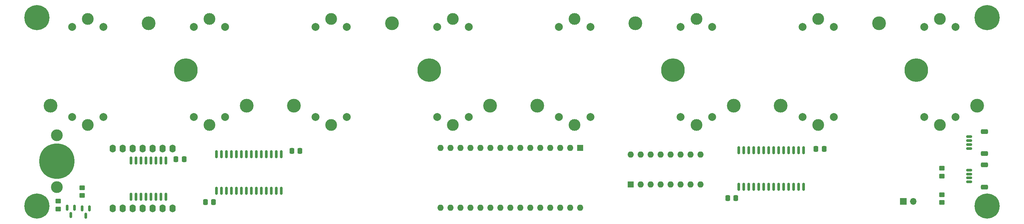
<source format=gbr>
%TF.GenerationSoftware,KiCad,Pcbnew,(7.0.0-0)*%
%TF.CreationDate,2023-03-24T13:01:54+01:00*%
%TF.ProjectId,klock_pcb,6b6c6f63-6b5f-4706-9362-2e6b69636164,rev?*%
%TF.SameCoordinates,Original*%
%TF.FileFunction,Soldermask,Top*%
%TF.FilePolarity,Negative*%
%FSLAX46Y46*%
G04 Gerber Fmt 4.6, Leading zero omitted, Abs format (unit mm)*
G04 Created by KiCad (PCBNEW (7.0.0-0)) date 2023-03-24 13:01:54*
%MOMM*%
%LPD*%
G01*
G04 APERTURE LIST*
G04 Aperture macros list*
%AMRoundRect*
0 Rectangle with rounded corners*
0 $1 Rounding radius*
0 $2 $3 $4 $5 $6 $7 $8 $9 X,Y pos of 4 corners*
0 Add a 4 corners polygon primitive as box body*
4,1,4,$2,$3,$4,$5,$6,$7,$8,$9,$2,$3,0*
0 Add four circle primitives for the rounded corners*
1,1,$1+$1,$2,$3*
1,1,$1+$1,$4,$5*
1,1,$1+$1,$6,$7*
1,1,$1+$1,$8,$9*
0 Add four rect primitives between the rounded corners*
20,1,$1+$1,$2,$3,$4,$5,0*
20,1,$1+$1,$4,$5,$6,$7,0*
20,1,$1+$1,$6,$7,$8,$9,0*
20,1,$1+$1,$8,$9,$2,$3,0*%
G04 Aperture macros list end*
%ADD10O,1.600000X2.000000*%
%ADD11RoundRect,0.800000X0.000000X-0.200000X0.000000X0.200000X0.000000X0.200000X0.000000X-0.200000X0*%
%ADD12C,3.000000*%
%ADD13C,9.000000*%
%ADD14RoundRect,0.250000X-0.450000X0.350000X-0.450000X-0.350000X0.450000X-0.350000X0.450000X0.350000X0*%
%ADD15RoundRect,0.250000X0.450000X-0.350000X0.450000X0.350000X-0.450000X0.350000X-0.450000X-0.350000X0*%
%ADD16RoundRect,0.150000X-0.150000X0.587500X-0.150000X-0.587500X0.150000X-0.587500X0.150000X0.587500X0*%
%ADD17C,6.400000*%
%ADD18RoundRect,0.250000X0.337500X0.475000X-0.337500X0.475000X-0.337500X-0.475000X0.337500X-0.475000X0*%
%ADD19RoundRect,0.150000X0.150000X-0.875000X0.150000X0.875000X-0.150000X0.875000X-0.150000X-0.875000X0*%
%ADD20R,1.600000X1.600000*%
%ADD21O,1.600000X1.600000*%
%ADD22R,1.700000X1.700000*%
%ADD23O,1.700000X1.700000*%
%ADD24C,3.500000*%
%ADD25C,6.000000*%
%ADD26C,2.000000*%
%ADD27RoundRect,0.250000X-0.337500X-0.475000X0.337500X-0.475000X0.337500X0.475000X-0.337500X0.475000X0*%
%ADD28RoundRect,0.150000X0.625000X-0.150000X0.625000X0.150000X-0.625000X0.150000X-0.625000X-0.150000X0*%
%ADD29RoundRect,0.250000X0.650000X-0.350000X0.650000X0.350000X-0.650000X0.350000X-0.650000X-0.350000X0*%
%ADD30RoundRect,0.150000X-0.150000X0.875000X-0.150000X-0.875000X0.150000X-0.875000X0.150000X0.875000X0*%
G04 APERTURE END LIST*
D10*
%TO.C,U18*%
X45323249Y-121772999D03*
D11*
X47863250Y-121773000D03*
X50403250Y-121773000D03*
X52943250Y-121773000D03*
X55483250Y-121773000D03*
X58023250Y-121773000D03*
X60563250Y-121773000D03*
X60563250Y-106533000D03*
X58023250Y-106533000D03*
X55483250Y-106533000D03*
X52943250Y-106533000D03*
X50403250Y-106533000D03*
X47863250Y-106533000D03*
X45323250Y-106533000D03*
%TD*%
D12*
%TO.C,BT1*%
X31115000Y-103124000D03*
X31115000Y-116324000D03*
D13*
X31115000Y-109724000D03*
%TD*%
D14*
%TO.C,R2*%
X256540000Y-113522000D03*
X256540000Y-111522000D03*
%TD*%
D15*
%TO.C,R1*%
X256540000Y-118253000D03*
X256540000Y-120253000D03*
%TD*%
D14*
%TO.C,R4*%
X37592000Y-118475000D03*
X37592000Y-116475000D03*
%TD*%
%TO.C,R3*%
X31496000Y-119904000D03*
X31496000Y-121904000D03*
%TD*%
D16*
%TO.C,Q2*%
X39431000Y-121744500D03*
X37531000Y-121744500D03*
X38481000Y-123619500D03*
%TD*%
%TO.C,Q1*%
X35621000Y-121569000D03*
X33721000Y-121569000D03*
X34671000Y-123444000D03*
%TD*%
D17*
%TO.C,H3*%
X268065000Y-73175000D03*
%TD*%
%TO.C,H4*%
X268065000Y-121175000D03*
%TD*%
D18*
%TO.C,C10*%
X226537500Y-106620000D03*
X224462500Y-106620000D03*
%TD*%
D19*
%TO.C,U13*%
X204745000Y-116270000D03*
X206015000Y-116270000D03*
X207285000Y-116270000D03*
X208555000Y-116270000D03*
X209825000Y-116270000D03*
X211095000Y-116270000D03*
X212365000Y-116270000D03*
X213635000Y-116270000D03*
X214905000Y-116270000D03*
X216175000Y-116270000D03*
X217445000Y-116270000D03*
X218715000Y-116270000D03*
X219985000Y-116270000D03*
X221255000Y-116270000D03*
X221255000Y-106970000D03*
X219985000Y-106970000D03*
X218715000Y-106970000D03*
X217445000Y-106970000D03*
X216175000Y-106970000D03*
X214905000Y-106970000D03*
X213635000Y-106970000D03*
X212365000Y-106970000D03*
X211095000Y-106970000D03*
X209825000Y-106970000D03*
X208555000Y-106970000D03*
X207285000Y-106970000D03*
X206015000Y-106970000D03*
X204745000Y-106970000D03*
%TD*%
D20*
%TO.C,U15*%
X177299999Y-115619999D03*
D21*
X179839999Y-115619999D03*
X182379999Y-115619999D03*
X184919999Y-115619999D03*
X187459999Y-115619999D03*
X189999999Y-115619999D03*
X192539999Y-115619999D03*
X195079999Y-115619999D03*
X195079999Y-107999999D03*
X192539999Y-107999999D03*
X189999999Y-107999999D03*
X187459999Y-107999999D03*
X184919999Y-107999999D03*
X182379999Y-107999999D03*
X179839999Y-107999999D03*
X177299999Y-107999999D03*
%TD*%
D22*
%TO.C,J3*%
X246724999Y-119999999D03*
D23*
X249264999Y-119999999D03*
%TD*%
D24*
%TO.C,U9*%
X79490000Y-95575000D03*
D12*
X70000000Y-100515000D03*
X70000000Y-73515000D03*
D25*
X64000000Y-86575000D03*
D24*
X54490000Y-74575000D03*
D12*
X39000000Y-100515000D03*
X39000000Y-73515000D03*
D24*
X29490000Y-95575000D03*
D26*
X35000000Y-98515000D03*
X43000000Y-98515000D03*
X66000000Y-98515000D03*
X74000000Y-98515000D03*
X74000000Y-75515000D03*
X66000000Y-75515000D03*
X43000000Y-75515000D03*
X35000000Y-75515000D03*
%TD*%
D27*
%TO.C,C1*%
X68962500Y-120120000D03*
X71037500Y-120120000D03*
%TD*%
D28*
%TO.C,J2*%
X263500000Y-115000000D03*
X263500000Y-114000000D03*
X263500000Y-113000000D03*
X263500000Y-112000000D03*
D29*
X267375000Y-116300000D03*
X267375000Y-110700000D03*
%TD*%
D20*
%TO.C,A1*%
X164399999Y-106379999D03*
D21*
X161859999Y-106379999D03*
X159319999Y-106379999D03*
X156779999Y-106379999D03*
X154239999Y-106379999D03*
X151699999Y-106379999D03*
X149159999Y-106379999D03*
X146619999Y-106379999D03*
X144079999Y-106379999D03*
X141539999Y-106379999D03*
X138999999Y-106379999D03*
X136459999Y-106379999D03*
X133919999Y-106379999D03*
X131379999Y-106379999D03*
X128839999Y-106379999D03*
X128839999Y-121619999D03*
X131379999Y-121619999D03*
X133919999Y-121619999D03*
X136459999Y-121619999D03*
X138999999Y-121619999D03*
X141539999Y-121619999D03*
X144079999Y-121619999D03*
X146619999Y-121619999D03*
X149159999Y-121619999D03*
X151699999Y-121619999D03*
X154239999Y-121619999D03*
X156779999Y-121619999D03*
X159319999Y-121619999D03*
X161859999Y-121619999D03*
X164399999Y-121619999D03*
%TD*%
D30*
%TO.C,U16*%
X58928000Y-118823000D03*
X57658000Y-118823000D03*
X56388000Y-118823000D03*
X55118000Y-118823000D03*
X53848000Y-118823000D03*
X52578000Y-118823000D03*
X51308000Y-118823000D03*
X50038000Y-118823000D03*
X50038000Y-109523000D03*
X51308000Y-109523000D03*
X52578000Y-109523000D03*
X53848000Y-109523000D03*
X55118000Y-109523000D03*
X56388000Y-109523000D03*
X57658000Y-109523000D03*
X58928000Y-109523000D03*
%TD*%
D18*
%TO.C,C2*%
X93037500Y-107120000D03*
X90962500Y-107120000D03*
%TD*%
D27*
%TO.C,C9*%
X201962500Y-119120000D03*
X204037500Y-119120000D03*
%TD*%
D24*
%TO.C,U11*%
X141490000Y-95575000D03*
D12*
X132000000Y-100515000D03*
X132000000Y-73515000D03*
D25*
X126000000Y-86575000D03*
D24*
X116490000Y-74575000D03*
D12*
X101000000Y-100515000D03*
X101000000Y-73515000D03*
D24*
X91490000Y-95575000D03*
D26*
X97000000Y-98515000D03*
X105000000Y-98515000D03*
X128000000Y-98515000D03*
X136000000Y-98515000D03*
X136000000Y-75515000D03*
X128000000Y-75515000D03*
X105000000Y-75515000D03*
X97000000Y-75515000D03*
%TD*%
D17*
%TO.C,H2*%
X26065000Y-121175000D03*
%TD*%
D24*
%TO.C,U14*%
X265490000Y-95575000D03*
D12*
X256000000Y-100515000D03*
X256000000Y-73515000D03*
D25*
X250000000Y-86575000D03*
D24*
X240490000Y-74575000D03*
D12*
X225000000Y-100515000D03*
X225000000Y-73515000D03*
D24*
X215490000Y-95575000D03*
D26*
X221000000Y-98515000D03*
X229000000Y-98515000D03*
X252000000Y-98515000D03*
X260000000Y-98515000D03*
X260000000Y-75515000D03*
X252000000Y-75515000D03*
X229000000Y-75515000D03*
X221000000Y-75515000D03*
%TD*%
D17*
%TO.C,H1*%
X26065000Y-73175000D03*
%TD*%
D24*
%TO.C,U12*%
X203490000Y-95575000D03*
D12*
X194000000Y-100515000D03*
X194000000Y-73515000D03*
D25*
X188000000Y-86575000D03*
D24*
X178490000Y-74575000D03*
D12*
X163000000Y-100515000D03*
X163000000Y-73515000D03*
D24*
X153490000Y-95575000D03*
D26*
X159000000Y-98515000D03*
X167000000Y-98515000D03*
X190000000Y-98515000D03*
X198000000Y-98515000D03*
X198000000Y-75515000D03*
X190000000Y-75515000D03*
X167000000Y-75515000D03*
X159000000Y-75515000D03*
%TD*%
D18*
%TO.C,C13*%
X63543000Y-109220000D03*
X61468000Y-109220000D03*
%TD*%
D28*
%TO.C,J1*%
X263500000Y-106500000D03*
X263500000Y-105500000D03*
X263500000Y-104500000D03*
X263500000Y-103500000D03*
D29*
X267375000Y-107800000D03*
X267375000Y-102200000D03*
%TD*%
D19*
%TO.C,U10*%
X71745000Y-117270000D03*
X73015000Y-117270000D03*
X74285000Y-117270000D03*
X75555000Y-117270000D03*
X76825000Y-117270000D03*
X78095000Y-117270000D03*
X79365000Y-117270000D03*
X80635000Y-117270000D03*
X81905000Y-117270000D03*
X83175000Y-117270000D03*
X84445000Y-117270000D03*
X85715000Y-117270000D03*
X86985000Y-117270000D03*
X88255000Y-117270000D03*
X88255000Y-107970000D03*
X86985000Y-107970000D03*
X85715000Y-107970000D03*
X84445000Y-107970000D03*
X83175000Y-107970000D03*
X81905000Y-107970000D03*
X80635000Y-107970000D03*
X79365000Y-107970000D03*
X78095000Y-107970000D03*
X76825000Y-107970000D03*
X75555000Y-107970000D03*
X74285000Y-107970000D03*
X73015000Y-107970000D03*
X71745000Y-107970000D03*
%TD*%
M02*

</source>
